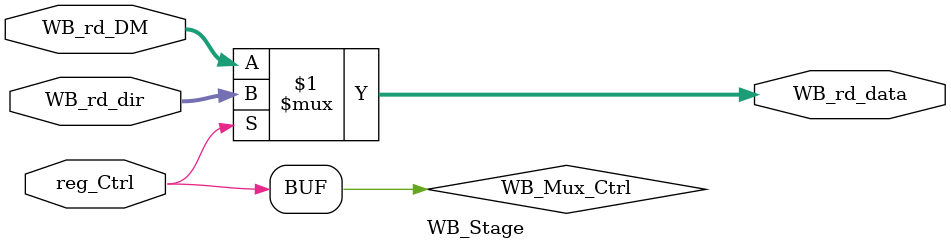
<source format=sv>
module WB_Stage (
    input   wire  reg_Ctrl,
    input   wire [32-1:0] WB_rd_dir,//lw-->1
    input   wire [32-1:0] WB_rd_DM,//r_format-->0
    output  reg [32-1:0] WB_rd_data
);

wire    WB_Mux_Ctrl;

////WB_Mux////
assign  WB_Mux_Ctrl =   reg_Ctrl;
assign  WB_rd_data  =   (WB_Mux_Ctrl) ? WB_rd_dir : WB_rd_DM;   

endmodule

</source>
